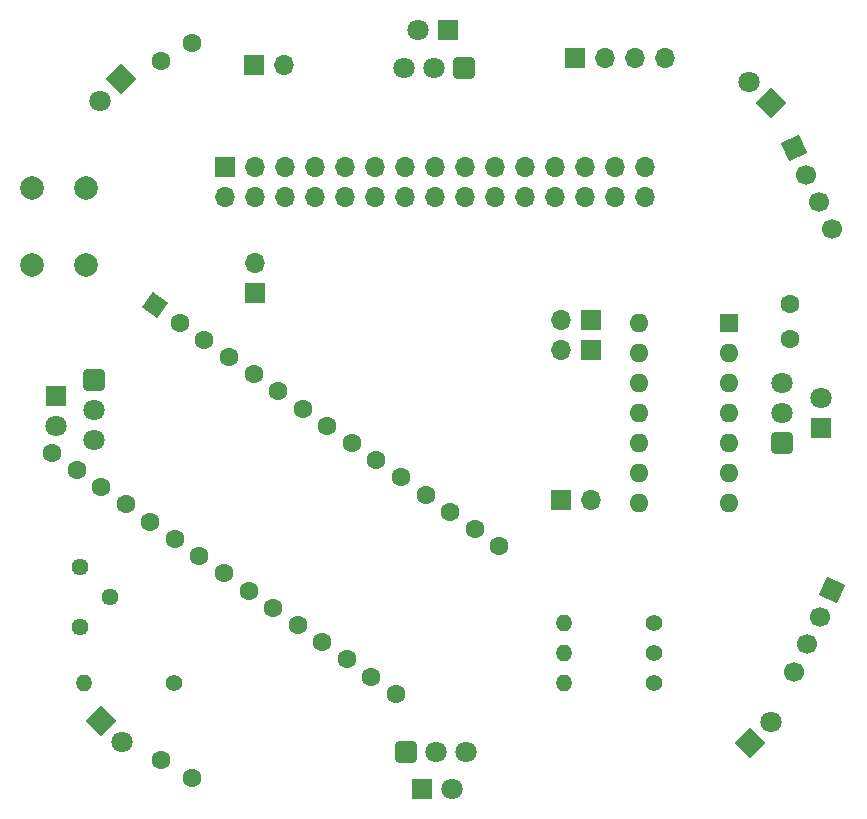
<source format=gbr>
G04 #@! TF.GenerationSoftware,KiCad,Pcbnew,7.0.11+dfsg-1build4*
G04 #@! TF.CreationDate,2024-12-30T17:53:10+00:00*
G04 #@! TF.ProjectId,Swarm-B_20230626,53776172-6d2d-4425-9f32-303233303632,rev?*
G04 #@! TF.SameCoordinates,Original*
G04 #@! TF.FileFunction,Soldermask,Bot*
G04 #@! TF.FilePolarity,Negative*
%FSLAX46Y46*%
G04 Gerber Fmt 4.6, Leading zero omitted, Abs format (unit mm)*
G04 Created by KiCad (PCBNEW 7.0.11+dfsg-1build4) date 2024-12-30 17:53:10*
%MOMM*%
%LPD*%
G01*
G04 APERTURE LIST*
G04 Aperture macros list*
%AMRoundRect*
0 Rectangle with rounded corners*
0 $1 Rounding radius*
0 $2 $3 $4 $5 $6 $7 $8 $9 X,Y pos of 4 corners*
0 Add a 4 corners polygon primitive as box body*
4,1,4,$2,$3,$4,$5,$6,$7,$8,$9,$2,$3,0*
0 Add four circle primitives for the rounded corners*
1,1,$1+$1,$2,$3*
1,1,$1+$1,$4,$5*
1,1,$1+$1,$6,$7*
1,1,$1+$1,$8,$9*
0 Add four rect primitives between the rounded corners*
20,1,$1+$1,$2,$3,$4,$5,0*
20,1,$1+$1,$4,$5,$6,$7,0*
20,1,$1+$1,$6,$7,$8,$9,0*
20,1,$1+$1,$8,$9,$2,$3,0*%
%AMHorizOval*
0 Thick line with rounded ends*
0 $1 width*
0 $2 $3 position (X,Y) of the first rounded end (center of the circle)*
0 $4 $5 position (X,Y) of the second rounded end (center of the circle)*
0 Add line between two ends*
20,1,$1,$2,$3,$4,$5,0*
0 Add two circle primitives to create the rounded ends*
1,1,$1,$2,$3*
1,1,$1,$4,$5*%
%AMRotRect*
0 Rectangle, with rotation*
0 The origin of the aperture is its center*
0 $1 length*
0 $2 width*
0 $3 Rotation angle, in degrees counterclockwise*
0 Add horizontal line*
21,1,$1,$2,0,0,$3*%
G04 Aperture macros list end*
%ADD10C,1.800000*%
%ADD11R,1.800000X1.800000*%
%ADD12RoundRect,0.248400X-0.651600X0.651600X-0.651600X-0.651600X0.651600X-0.651600X0.651600X0.651600X0*%
%ADD13O,1.700000X1.700000*%
%ADD14R,1.700000X1.700000*%
%ADD15C,1.600000*%
%ADD16O,1.400000X1.400000*%
%ADD17C,1.400000*%
%ADD18C,2.000000*%
%ADD19RotRect,1.800000X1.800000X315.000000*%
%ADD20RotRect,1.800000X1.800000X45.000000*%
%ADD21HorizOval,1.700000X0.000000X0.000000X0.000000X0.000000X0*%
%ADD22RotRect,1.700000X1.700000X25.000000*%
%ADD23RoundRect,0.248400X-0.651600X-0.651600X0.651600X-0.651600X0.651600X0.651600X-0.651600X0.651600X0*%
%ADD24HorizOval,1.700000X0.000000X0.000000X0.000000X0.000000X0*%
%ADD25RotRect,1.700000X1.700000X335.000000*%
%ADD26RoundRect,0.248400X0.651600X-0.651600X0.651600X0.651600X-0.651600X0.651600X-0.651600X-0.651600X0*%
%ADD27RoundRect,0.248400X0.651600X0.651600X-0.651600X0.651600X-0.651600X-0.651600X0.651600X-0.651600X0*%
%ADD28RotRect,1.800000X1.800000X225.000000*%
%ADD29RotRect,1.800000X1.800000X135.000000*%
%ADD30HorizOval,1.600000X0.000000X0.000000X0.000000X0.000000X0*%
%ADD31RotRect,1.600000X1.600000X235.000000*%
%ADD32O,1.600000X1.600000*%
%ADD33R,1.600000X1.600000*%
%ADD34C,1.440000*%
G04 APERTURE END LIST*
D10*
X120274000Y-126310000D03*
D11*
X117734000Y-126310000D03*
D10*
X117404000Y-62020000D03*
D11*
X119944000Y-62020000D03*
D10*
X86714000Y-95560000D03*
D11*
X86714000Y-93020000D03*
D10*
X151534000Y-93260000D03*
D11*
X151534000Y-95800000D03*
D10*
X89944000Y-96738000D03*
X89944000Y-94198000D03*
D12*
X89944000Y-91658000D03*
D13*
X103594000Y-81788000D03*
D14*
X103594000Y-84328000D03*
D15*
X148864000Y-88248000D03*
X148864000Y-85248000D03*
D13*
X132080000Y-101854000D03*
D14*
X129540000Y-101854000D03*
D13*
X129540000Y-86614000D03*
D14*
X132080000Y-86614000D03*
D13*
X129540000Y-89154000D03*
D14*
X132080000Y-89154000D03*
D16*
X89154000Y-117348000D03*
D17*
X96774000Y-117348000D03*
D16*
X129764000Y-117348000D03*
D17*
X137384000Y-117348000D03*
D13*
X106032000Y-65024000D03*
D14*
X103492000Y-65024000D03*
D18*
X89254000Y-75458000D03*
X89254000Y-81958000D03*
X84754000Y-75458000D03*
X84754000Y-81958000D03*
D15*
X98253076Y-63175000D03*
X95655000Y-64675000D03*
D13*
X138294000Y-64400000D03*
X135754000Y-64400000D03*
X133214000Y-64400000D03*
D14*
X130674000Y-64400000D03*
D10*
X92333951Y-122349951D03*
D19*
X90537900Y-120553900D03*
D16*
X129794000Y-112268000D03*
D17*
X137414000Y-112268000D03*
D15*
X95649124Y-123899800D03*
X98247200Y-125399800D03*
D16*
X129724000Y-114808000D03*
D17*
X137344000Y-114808000D03*
D10*
X147260051Y-120643949D03*
D20*
X145464000Y-122440000D03*
D21*
X152413951Y-78929965D03*
X151340501Y-76627944D03*
X150267050Y-74325922D03*
D22*
X149193600Y-72023900D03*
D10*
X121454000Y-123173000D03*
X118914000Y-123173000D03*
D23*
X116374000Y-123173000D03*
D24*
X149264049Y-116379965D03*
X150337499Y-114077944D03*
X151410950Y-111775922D03*
D25*
X152484400Y-109473900D03*
D10*
X148239000Y-91960000D03*
X148239000Y-94500000D03*
D26*
X148239000Y-97040000D03*
D10*
X116224000Y-65250000D03*
X118764000Y-65250000D03*
D27*
X121304000Y-65250000D03*
D10*
X90494049Y-68029951D03*
D28*
X92290100Y-66233900D03*
D10*
X145447949Y-66443949D03*
D29*
X147244000Y-68240000D03*
D30*
X86406895Y-97862277D03*
X88487541Y-99319161D03*
X90568187Y-100776045D03*
X92648834Y-102232930D03*
X94729480Y-103689814D03*
X96810126Y-105146698D03*
X98890772Y-106603582D03*
X100971418Y-108060466D03*
X103052065Y-109517350D03*
X105132711Y-110974234D03*
X107213357Y-112431119D03*
X109294003Y-113888003D03*
X111374649Y-115344887D03*
X113455296Y-116801771D03*
X115535942Y-118258655D03*
X124277247Y-105774778D03*
X122196601Y-104317894D03*
X120115954Y-102861010D03*
X118035308Y-101404126D03*
X115954662Y-99947241D03*
X113874016Y-98490357D03*
X111793370Y-97033473D03*
X109712723Y-95576589D03*
X107632077Y-94119705D03*
X105551431Y-92662821D03*
X103470785Y-91205937D03*
X101390139Y-89749052D03*
X99309492Y-88292168D03*
X97228846Y-86835284D03*
D31*
X95148200Y-85378400D03*
D32*
X136144000Y-86868000D03*
X136144000Y-89408000D03*
X136144000Y-91948000D03*
X136144000Y-94488000D03*
X136144000Y-97028000D03*
X136144000Y-99568000D03*
X136144000Y-102108000D03*
X143764000Y-102108000D03*
X143764000Y-99568000D03*
X143764000Y-97028000D03*
X143764000Y-94488000D03*
X143764000Y-91948000D03*
X143764000Y-89408000D03*
D33*
X143764000Y-86868000D03*
D34*
X88819000Y-112588000D03*
X91359000Y-110048000D03*
X88819000Y-107508000D03*
D13*
X136624000Y-76188000D03*
X136624000Y-73648000D03*
X134084000Y-76188000D03*
X134084000Y-73648000D03*
X131544000Y-76188000D03*
X131544000Y-73648000D03*
X129004000Y-76188000D03*
X129004000Y-73648000D03*
X126464000Y-76188000D03*
X126464000Y-73648000D03*
X123924000Y-76188000D03*
X123924000Y-73648000D03*
X121384000Y-76188000D03*
X121384000Y-73648000D03*
X118844000Y-76188000D03*
X118844000Y-73648000D03*
X116304000Y-76188000D03*
X116304000Y-73648000D03*
X113764000Y-76188000D03*
X113764000Y-73648000D03*
X111224000Y-76188000D03*
X111224000Y-73648000D03*
X108684000Y-76188000D03*
X108684000Y-73648000D03*
X106144000Y-76188000D03*
X106144000Y-73648000D03*
X103604000Y-76188000D03*
X103604000Y-73648000D03*
X101064000Y-76188000D03*
D14*
X101064000Y-73648000D03*
M02*

</source>
